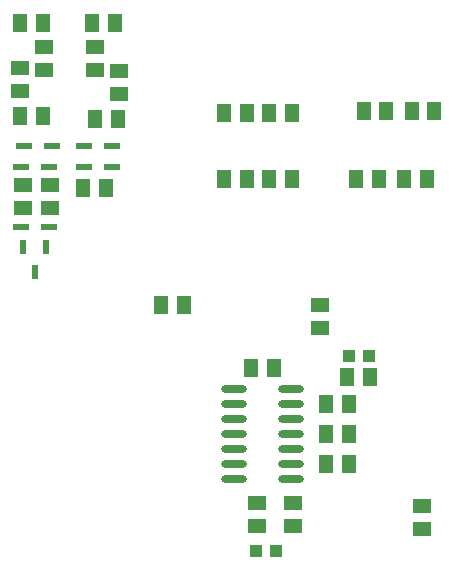
<source format=gbr>
%FSDAX24Y24*%
%MOIN*%
%SFA1B1*%

%IPPOS*%
%ADD10R,0.051200X0.059100*%
%ADD11O,0.086600X0.023600*%
%ADD12R,0.059100X0.051200*%
%ADD13R,0.057100X0.021700*%
%ADD14R,0.023600X0.051200*%
%ADD15R,0.043300X0.039400*%
%LNde-060418_paste_top-1*%
%LPD*%
G54D10*
X011774Y004900D03*
X011026D03*
X009274Y008100D03*
X008526D03*
X003226Y019600D03*
X003974D03*
X003326Y016400D03*
X004074D03*
X003674Y014100D03*
X002926D03*
X001574Y019600D03*
X000826D03*
X001574Y016500D03*
X000826D03*
X008374Y016600D03*
X007626D03*
X009874D03*
X009126D03*
Y014400D03*
X009874D03*
X007626D03*
X008374D03*
X011774Y005900D03*
X011026D03*
X012474Y007800D03*
X011726D03*
X006274Y010200D03*
X005526D03*
X013024Y016650D03*
X012276D03*
X014624D03*
X013876D03*
X013626Y014400D03*
X014374D03*
X012026D03*
X012774D03*
X011774Y006900D03*
X011026D03*
G54D11*
X009845Y004400D03*
Y004900D03*
Y005400D03*
Y005900D03*
Y006400D03*
Y006900D03*
Y007400D03*
X007955Y004400D03*
Y004900D03*
Y005400D03*
Y005900D03*
Y006400D03*
Y006900D03*
Y007400D03*
G54D12*
X003300Y018026D03*
Y018774D03*
X004100Y017226D03*
Y017974D03*
X000900Y013426D03*
Y014174D03*
X001800Y013426D03*
Y014174D03*
X009900Y003574D03*
Y002826D03*
X008700Y003574D03*
Y002826D03*
X001600Y018026D03*
Y018774D03*
X000800Y017326D03*
Y018074D03*
X010800Y010174D03*
Y009426D03*
X014200Y002726D03*
Y003474D03*
G54D13*
X003863Y014800D03*
X002937D03*
X000837D03*
X001763D03*
X000837Y012800D03*
X001763D03*
X002937Y015500D03*
X003863D03*
X001863D03*
X000937D03*
G54D14*
X001674Y012113D03*
X000926D03*
X001300Y011287D03*
G54D15*
X011765Y008500D03*
X012435D03*
X008665Y002000D03*
X009335D03*
M02*
</source>
